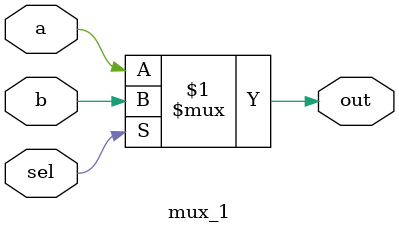
<source format=v>
`default_nettype none


module alu_fsm(ctl, curstate, rst_out, enA, enB, enM, enC, selC, reset, clk);

  input wire ctl;
  output [2:0] curstate; // expose fsm state for debug only
  output reg rst_out;
  output reg enA, enB, enM, enC;
  output reg selC;

  input wire reset;
  input wire clk;
  
  localparam S0 = 3'b000;
  localparam S1 = 3'b001;
  localparam S2 = 3'b010;
  localparam S3 = 3'b011;
  localparam S4 = 3'b100;
  localparam S5 = 3'b101;
  
  reg [2:0] state, nextstate;	// our state bits
  
  assign curstate = state;	// output current state bits
  
    
  // comb. logic for state machine
  always @(state, ctl) begin

	// defaults
    rst_out = 0;  // normal operation
    enA = 0;
    enB = 0;
	enM = 0;
    enC = 0;

    case (state)
      
      S0: begin
        rst_out = 1;  // in state S0, reset all regs

        if (ctl)
          nextstate = S1;
        else
          nextstate = S0;
      end

      S1: begin		// alu op

        if (ctl)
          nextstate = S2;
        else
          nextstate = S0;
      end

      S2: begin		// load A
		enA = 1;

        if (ctl)
          nextstate = S3;
        else
          nextstate = S1;
      end

      S3: begin		// load B
		enB = 1;
 
        if (ctl)
          nextstate = S4;
        else
          nextstate = S1;
      end

      S4: begin		// load M
		enM = 1;

        if (ctl)
          nextstate = S5;
        else
          nextstate = S1;
      end

      S5: begin		// load C
		enC = 1;
      	nextstate = S1;	// always back to S1
      end

    endcase
  end
  
  // 3-bit state machine

  always @(posedge clk or posedge reset) begin
    if (reset) begin
      state <= S0;		// reset state
    
    end else begin
      state <= nextstate;

    end

  end

endmodule


// 4-bit ALU inspired by Supercon.6 badge
//
// inputs:
//	op - alu operation
//	a, b - 4-bit ALU inputs
//	out - 4-bit ALU output
//	z - zero status (set if zero detected)
//	cout - carry out (set if overflow)
//	outEn - enable output (tristate otherwise)
//
// outputs:
// sel(decides if a branch should happen)
//
// notes:
//	- this has no state, just "gates"
//
module alu_4(op, a, b, cin, out, z, cout, outEn);
  
  input op;			// op=0 add, op=1 sub
  input [3:0] a, b;
  input cin;
  output [3:0] out;
  output z;
  output cout;			// carry out
  input outEn;		// set to enable output

  wire [3:0] f;		// alu result
  wire co;
  
  assign {co,f} = (op == 1)? a - b : a + b;

  assign z = ~(|f);	// zero flag: "or" all bits of f

  assign cout = co;	// carry out flag

  assign out = (outEn)? f : 4'bz;
  
endmodule


//
//  a simple 4-bit register, 
//	which can be connected to a bus.
//  note: this has a cEn pin to allow selective clocking
//
module flop_4(
  input [3:0] dd,		// in
  output tri [3:0] qq,	// out
  input qEn,			// output en
  input reset,			// reset (async)
  input cEn,            // clk enable
  input clk				// clk
  );

  reg [3:0] mem;	// our state bits
  
  assign qq = (qEn) ? mem : 4'bz;	// allows tristate output
  
  // this is an 4-bit "d" flip flop

  always @(posedge clk or posedge reset) begin
    if (reset)
      mem <= 4'b0000;		// clear on reset
    else begin
      if (cEn) begin
        mem <= dd;
        //$display("** %g flop_4: latched 0x%h", $time, dd);
      end
    end
  end

endmodule


// borrowed from tiny tapeout cell library (mux_cell)
module mux_1 (
    input wire a,
    input wire b,
    input wire sel,
    output wire out
    );

    assign out = sel ? b : a;
endmodule

</source>
